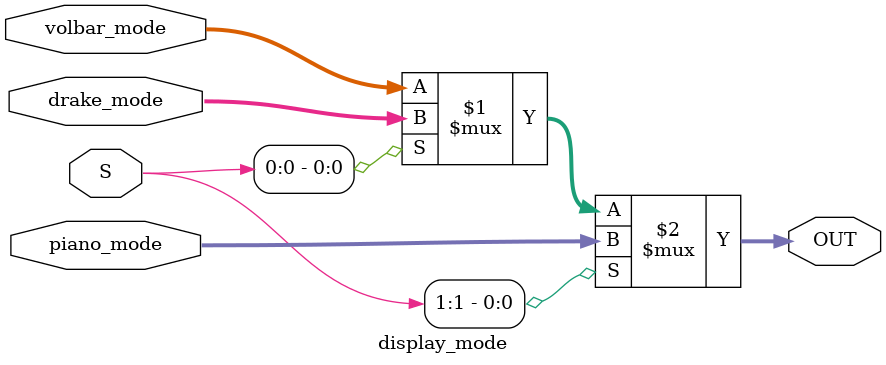
<source format=v>
`timescale 1ns / 1ps

module display_mode(
    input [15:0] volbar_mode,
    input [15:0] drake_mode,
    input [15:0] piano_mode,
    input [1:0] S,
    output [15:0] OUT
    );
    
    assign OUT = (S[1] ? piano_mode : (S[0] ? drake_mode : volbar_mode));
    
endmodule

</source>
